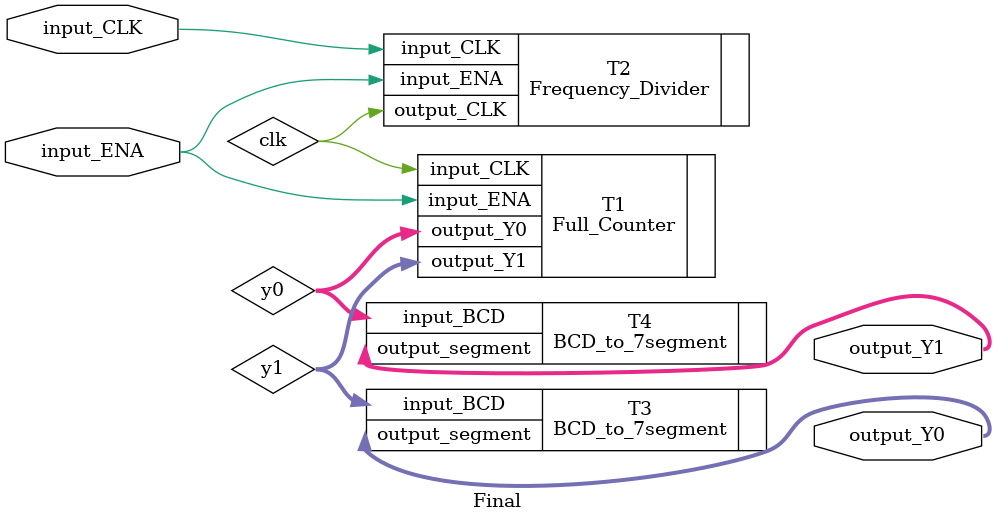
<source format=v>
`timescale 1ns / 1ps
module Final(
    input input_ENA,
	input input_CLK,
    output [6:0] output_Y0,
    output [6:0] output_Y1
    );
	 
	wire overflow, clk, ooo;
	wire [3:0] y1;
	wire [3:0] y0;
	 
	Full_Counter T1(.input_CLK(clk), .input_ENA(input_ENA), .output_Y1(y1), .output_Y0(y0));
	Frequency_Divider T2(.input_CLK(input_CLK), .input_ENA(input_ENA), .output_CLK(clk));
	  
	BCD_to_7segment T3(.input_BCD(y1), .output_segment(output_Y0));
	BCD_to_7segment T4(.input_BCD(y0), .output_segment(output_Y1));

endmodule

</source>
